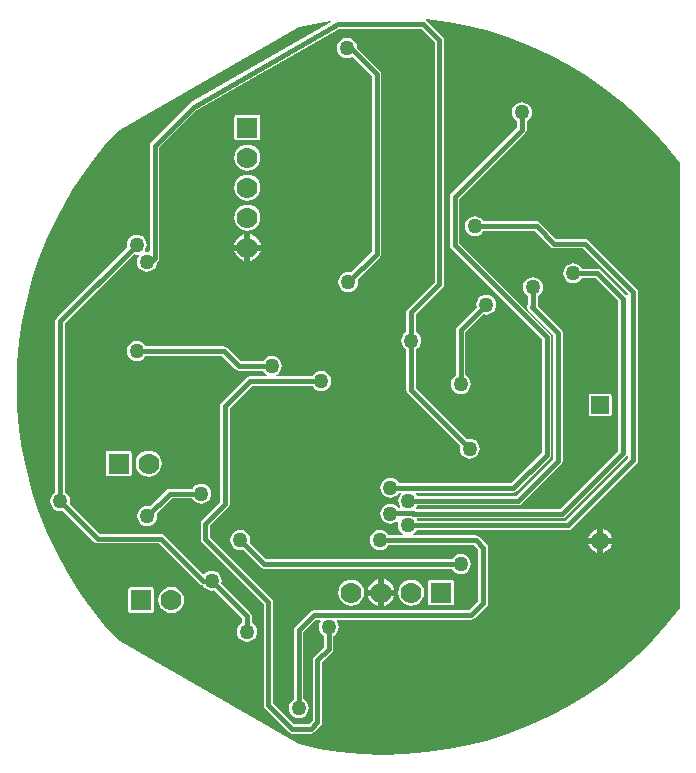
<source format=gbl>
G04 Layer_Physical_Order=2*
G04 Layer_Color=16711680*
%FSLAX25Y25*%
%MOIN*%
G70*
G01*
G75*
%ADD33C,0.01500*%
%ADD36C,0.07000*%
%ADD37R,0.07000X0.07000*%
%ADD38R,0.07000X0.07000*%
%ADD39C,0.06000*%
%ADD40R,0.06000X0.06000*%
%ADD41C,0.05000*%
G36*
X138545Y247275D02*
X145653Y246277D01*
X152691Y244866D01*
X159635Y243047D01*
X166461Y240826D01*
X173145Y238211D01*
X179666Y235210D01*
X186001Y231835D01*
X192128Y228095D01*
X198026Y224005D01*
X203676Y219577D01*
X209058Y214828D01*
X214154Y209772D01*
X218946Y204428D01*
X223024Y199309D01*
Y50691D01*
X218946Y45572D01*
X214154Y40228D01*
X209058Y35172D01*
X203676Y30423D01*
X198026Y25995D01*
X192128Y21905D01*
X186001Y18165D01*
X179666Y14789D01*
X173145Y11789D01*
X166461Y9174D01*
X159635Y6953D01*
X152691Y5134D01*
X145653Y3723D01*
X138545Y2725D01*
X131391Y2143D01*
X124215Y1979D01*
X117041Y2234D01*
X109895Y2908D01*
X102800Y3996D01*
X96029Y5444D01*
X35947Y40132D01*
X31279Y45307D01*
X26763Y50945D01*
X26142Y51820D01*
X26038Y51967D01*
X25908Y52216D01*
X25899Y52239D01*
X25896Y52240D01*
X25583Y52610D01*
X22586Y56838D01*
X18762Y62966D01*
X15304Y69308D01*
X12225Y75842D01*
X9534Y82545D01*
X7242Y89395D01*
X5355Y96368D01*
X3881Y103439D01*
X2824Y110584D01*
X2189Y117780D01*
X1977Y125000D01*
X2189Y132220D01*
X2824Y139416D01*
X3881Y146561D01*
X5355Y153632D01*
X7242Y160605D01*
X9534Y167455D01*
X12225Y174158D01*
X15304Y180692D01*
X20494Y190210D01*
X26763Y199055D01*
X31279Y204693D01*
X35947Y209868D01*
X96029Y244556D01*
X102800Y246004D01*
X106776Y246614D01*
X106941Y246142D01*
X60214Y219371D01*
X60057Y219234D01*
X59882Y219117D01*
X46883Y206118D01*
X46540Y205605D01*
X46420Y205000D01*
Y169957D01*
X45920Y169560D01*
X45400Y169629D01*
X44922Y169565D01*
X44651Y170034D01*
X44883Y170336D01*
X45215Y171139D01*
X45329Y172000D01*
X45215Y172862D01*
X44883Y173664D01*
X44354Y174354D01*
X43664Y174882D01*
X42862Y175215D01*
X42000Y175329D01*
X41138Y175215D01*
X40336Y174882D01*
X39646Y174354D01*
X39118Y173664D01*
X38785Y172862D01*
X38671Y172000D01*
X38785Y171139D01*
X38820Y171055D01*
X15382Y147617D01*
X15040Y147105D01*
X14920Y146500D01*
Y89417D01*
X14836Y89383D01*
X14146Y88854D01*
X13617Y88164D01*
X13285Y87362D01*
X13171Y86500D01*
X13285Y85638D01*
X13617Y84836D01*
X14146Y84146D01*
X14836Y83617D01*
X15639Y83285D01*
X16500Y83171D01*
X17361Y83285D01*
X17445Y83320D01*
X27933Y72832D01*
X28446Y72490D01*
X29050Y72369D01*
X49497D01*
X62983Y58882D01*
X63496Y58540D01*
X64081Y58424D01*
X64117Y58336D01*
X64646Y57646D01*
X65336Y57117D01*
X66138Y56785D01*
X67000Y56672D01*
X67861Y56785D01*
X67945Y56820D01*
X77220Y47545D01*
Y45917D01*
X77136Y45882D01*
X76446Y45354D01*
X75917Y44664D01*
X75585Y43861D01*
X75472Y43000D01*
X75585Y42138D01*
X75917Y41336D01*
X76446Y40646D01*
X77136Y40117D01*
X77938Y39785D01*
X78800Y39671D01*
X79662Y39785D01*
X80464Y40117D01*
X81154Y40646D01*
X81683Y41336D01*
X82015Y42138D01*
X82129Y43000D01*
X82015Y43861D01*
X81683Y44664D01*
X81154Y45354D01*
X80464Y45882D01*
X80380Y45917D01*
Y48200D01*
X80260Y48805D01*
X79918Y49317D01*
X70180Y59055D01*
X70215Y59139D01*
X70328Y60000D01*
X70215Y60861D01*
X69883Y61664D01*
X69354Y62354D01*
X68664Y62883D01*
X67861Y63215D01*
X67000Y63328D01*
X66138Y63215D01*
X65336Y62883D01*
X64646Y62354D01*
X64589Y62279D01*
X64090Y62246D01*
X51269Y75067D01*
X50756Y75410D01*
X50151Y75530D01*
X29705D01*
X19680Y85555D01*
X19715Y85638D01*
X19828Y86500D01*
X19715Y87362D01*
X19383Y88164D01*
X18854Y88854D01*
X18164Y89383D01*
X18080Y89417D01*
Y145845D01*
X41055Y168820D01*
X41138Y168785D01*
X42000Y168672D01*
X42478Y168735D01*
X42749Y168266D01*
X42518Y167964D01*
X42185Y167162D01*
X42072Y166300D01*
X42185Y165438D01*
X42518Y164636D01*
X43046Y163946D01*
X43736Y163417D01*
X44539Y163085D01*
X45400Y162971D01*
X46262Y163085D01*
X47064Y163417D01*
X47754Y163946D01*
X48283Y164636D01*
X48615Y165438D01*
X48682Y165947D01*
X49117Y166383D01*
X49460Y166895D01*
X49580Y167500D01*
Y204345D01*
X61968Y216734D01*
X109421Y243920D01*
X136845D01*
X141320Y239445D01*
Y159555D01*
X132383Y150618D01*
X132040Y150105D01*
X131920Y149500D01*
Y142917D01*
X131836Y142883D01*
X131146Y142354D01*
X130617Y141664D01*
X130285Y140861D01*
X130172Y140000D01*
X130285Y139138D01*
X130617Y138336D01*
X131146Y137646D01*
X131836Y137118D01*
X131920Y137083D01*
Y123500D01*
X132040Y122895D01*
X132383Y122382D01*
X149820Y104945D01*
X149785Y104861D01*
X149671Y104000D01*
X149785Y103138D01*
X150118Y102336D01*
X150646Y101646D01*
X151336Y101117D01*
X152138Y100785D01*
X153000Y100672D01*
X153861Y100785D01*
X154664Y101117D01*
X155354Y101646D01*
X155883Y102336D01*
X156215Y103138D01*
X156328Y104000D01*
X156215Y104861D01*
X155883Y105664D01*
X155354Y106354D01*
X154664Y106883D01*
X153861Y107215D01*
X153000Y107328D01*
X152138Y107215D01*
X152055Y107180D01*
X135080Y124155D01*
Y137083D01*
X135164Y137118D01*
X135854Y137646D01*
X136382Y138336D01*
X136715Y139138D01*
X136828Y140000D01*
X136715Y140861D01*
X136382Y141664D01*
X135854Y142354D01*
X135164Y142883D01*
X135080Y142917D01*
Y148845D01*
X144018Y157782D01*
X144360Y158295D01*
X144480Y158900D01*
Y240100D01*
X144360Y240705D01*
X144018Y241217D01*
X138618Y246618D01*
X138361Y246789D01*
X138531Y247276D01*
X138545Y247275D01*
D02*
G37*
%LPC*%
G36*
X195500Y72224D02*
X192597D01*
X192603Y72180D01*
X193006Y71207D01*
X193647Y70372D01*
X194483Y69730D01*
X195456Y69327D01*
X195500Y69322D01*
Y72224D01*
D02*
G37*
G36*
X124500Y60407D02*
Y57000D01*
X127907D01*
X127884Y57175D01*
X127431Y58269D01*
X126709Y59210D01*
X125769Y59931D01*
X124675Y60384D01*
X124500Y60407D01*
D02*
G37*
G36*
X76500Y76828D02*
X75639Y76715D01*
X74836Y76383D01*
X74146Y75854D01*
X73617Y75164D01*
X73285Y74361D01*
X73172Y73500D01*
X73285Y72638D01*
X73617Y71836D01*
X74146Y71146D01*
X74836Y70617D01*
X75639Y70285D01*
X76500Y70171D01*
X77362Y70285D01*
X77445Y70320D01*
X83382Y64382D01*
X83895Y64040D01*
X84500Y63920D01*
X147083D01*
X147117Y63836D01*
X147646Y63146D01*
X148336Y62617D01*
X149138Y62285D01*
X150000Y62172D01*
X150862Y62285D01*
X151664Y62617D01*
X152354Y63146D01*
X152883Y63836D01*
X153215Y64639D01*
X153329Y65500D01*
X153215Y66361D01*
X152883Y67164D01*
X152354Y67854D01*
X151664Y68383D01*
X150862Y68715D01*
X150000Y68828D01*
X149138Y68715D01*
X148336Y68383D01*
X147646Y67854D01*
X147117Y67164D01*
X147083Y67080D01*
X85155D01*
X79680Y72555D01*
X79715Y72638D01*
X79829Y73500D01*
X79715Y74361D01*
X79383Y75164D01*
X78854Y75854D01*
X78164Y76383D01*
X77362Y76715D01*
X76500Y76828D01*
D02*
G37*
G36*
X197500Y77127D02*
Y74224D01*
X200403D01*
X200397Y74269D01*
X199994Y75242D01*
X199353Y76077D01*
X198517Y76718D01*
X197544Y77122D01*
X197500Y77127D01*
D02*
G37*
G36*
X195500D02*
X195456Y77122D01*
X194483Y76718D01*
X193647Y76077D01*
X193006Y75242D01*
X192603Y74269D01*
X192597Y74224D01*
X195500D01*
Y77127D01*
D02*
G37*
G36*
X200403Y72224D02*
X197500D01*
Y69322D01*
X197544Y69327D01*
X198517Y69730D01*
X199353Y70372D01*
X199994Y71207D01*
X200397Y72180D01*
X200403Y72224D01*
D02*
G37*
G36*
X122500Y60407D02*
X122325Y60384D01*
X121231Y59931D01*
X120291Y59210D01*
X119569Y58269D01*
X119116Y57175D01*
X119093Y57000D01*
X122500D01*
Y60407D01*
D02*
G37*
G36*
Y55000D02*
X119093D01*
X119116Y54825D01*
X119569Y53731D01*
X120291Y52791D01*
X121231Y52069D01*
X122325Y51616D01*
X122500Y51593D01*
Y55000D01*
D02*
G37*
G36*
X47000Y57816D02*
X40000D01*
X39688Y57754D01*
X39423Y57577D01*
X39246Y57312D01*
X39184Y57000D01*
Y50000D01*
X39246Y49688D01*
X39423Y49423D01*
X39688Y49246D01*
X40000Y49184D01*
X47000D01*
X47312Y49246D01*
X47577Y49423D01*
X47754Y49688D01*
X47816Y50000D01*
Y57000D01*
X47754Y57312D01*
X47577Y57577D01*
X47312Y57754D01*
X47000Y57816D01*
D02*
G37*
G36*
X53500Y57837D02*
X52377Y57689D01*
X51331Y57256D01*
X50433Y56567D01*
X49744Y55669D01*
X49311Y54623D01*
X49163Y53500D01*
X49311Y52377D01*
X49744Y51331D01*
X50433Y50433D01*
X51331Y49744D01*
X52377Y49311D01*
X53500Y49163D01*
X54623Y49311D01*
X55669Y49744D01*
X56567Y50433D01*
X57256Y51331D01*
X57689Y52377D01*
X57837Y53500D01*
X57689Y54623D01*
X57256Y55669D01*
X56567Y56567D01*
X55669Y57256D01*
X54623Y57689D01*
X53500Y57837D01*
D02*
G37*
G36*
X127907Y55000D02*
X124500D01*
Y51593D01*
X124675Y51616D01*
X125769Y52069D01*
X126709Y52791D01*
X127431Y53731D01*
X127884Y54825D01*
X127907Y55000D01*
D02*
G37*
G36*
X147000Y60316D02*
X140000D01*
X139688Y60254D01*
X139423Y60077D01*
X139246Y59812D01*
X139184Y59500D01*
Y52500D01*
X139246Y52188D01*
X139423Y51923D01*
X139688Y51746D01*
X140000Y51684D01*
X147000D01*
X147312Y51746D01*
X147577Y51923D01*
X147754Y52188D01*
X147816Y52500D01*
Y59500D01*
X147754Y59812D01*
X147577Y60077D01*
X147312Y60254D01*
X147000Y60316D01*
D02*
G37*
G36*
X133500Y60337D02*
X132378Y60189D01*
X131332Y59756D01*
X130433Y59067D01*
X129744Y58169D01*
X129311Y57123D01*
X129163Y56000D01*
X129311Y54878D01*
X129744Y53831D01*
X130433Y52933D01*
X131332Y52244D01*
X132378Y51811D01*
X133500Y51663D01*
X134623Y51811D01*
X135669Y52244D01*
X136567Y52933D01*
X137256Y53831D01*
X137689Y54878D01*
X137837Y56000D01*
X137689Y57123D01*
X137256Y58169D01*
X136567Y59067D01*
X135669Y59756D01*
X134623Y60189D01*
X133500Y60337D01*
D02*
G37*
G36*
X113500Y60337D02*
X112378Y60189D01*
X111331Y59756D01*
X110433Y59067D01*
X109744Y58169D01*
X109311Y57122D01*
X109163Y56000D01*
X109311Y54878D01*
X109744Y53831D01*
X110433Y52933D01*
X111331Y52244D01*
X112378Y51811D01*
X113500Y51663D01*
X114622Y51811D01*
X115669Y52244D01*
X116567Y52933D01*
X117256Y53831D01*
X117689Y54878D01*
X117837Y56000D01*
X117689Y57122D01*
X117256Y58169D01*
X116567Y59067D01*
X115669Y59756D01*
X114622Y60189D01*
X113500Y60337D01*
D02*
G37*
G36*
X63500Y92329D02*
X62638Y92215D01*
X61836Y91883D01*
X61146Y91354D01*
X60617Y90664D01*
X60583Y90580D01*
X53000D01*
X52395Y90460D01*
X51882Y90118D01*
X46445Y84680D01*
X46362Y84715D01*
X45500Y84829D01*
X44638Y84715D01*
X43836Y84383D01*
X43146Y83854D01*
X42617Y83164D01*
X42285Y82362D01*
X42171Y81500D01*
X42285Y80638D01*
X42617Y79836D01*
X43146Y79146D01*
X43836Y78617D01*
X44638Y78285D01*
X45500Y78171D01*
X46362Y78285D01*
X47164Y78617D01*
X47854Y79146D01*
X48382Y79836D01*
X48715Y80638D01*
X48829Y81500D01*
X48715Y82362D01*
X48680Y82445D01*
X53655Y87420D01*
X60583D01*
X60617Y87336D01*
X61146Y86646D01*
X61836Y86117D01*
X62638Y85785D01*
X63500Y85672D01*
X64362Y85785D01*
X65164Y86117D01*
X65854Y86646D01*
X66383Y87336D01*
X66715Y88139D01*
X66829Y89000D01*
X66715Y89862D01*
X66383Y90664D01*
X65854Y91354D01*
X65164Y91883D01*
X64362Y92215D01*
X63500Y92329D01*
D02*
G37*
G36*
X79900Y175407D02*
Y172000D01*
X83307D01*
X83284Y172175D01*
X82831Y173269D01*
X82109Y174209D01*
X81169Y174931D01*
X80075Y175384D01*
X79900Y175407D01*
D02*
G37*
G36*
X77900D02*
X77725Y175384D01*
X76631Y174931D01*
X75691Y174209D01*
X74969Y173269D01*
X74516Y172175D01*
X74493Y172000D01*
X77900D01*
Y175407D01*
D02*
G37*
G36*
X83307Y170000D02*
X79900D01*
Y166593D01*
X80075Y166616D01*
X81169Y167069D01*
X82109Y167790D01*
X82831Y168731D01*
X83284Y169825D01*
X83307Y170000D01*
D02*
G37*
G36*
X78900Y185337D02*
X77777Y185189D01*
X76731Y184756D01*
X75833Y184067D01*
X75144Y183168D01*
X74711Y182123D01*
X74563Y181000D01*
X74711Y179877D01*
X75144Y178831D01*
X75833Y177933D01*
X76731Y177244D01*
X77777Y176811D01*
X78900Y176663D01*
X80023Y176811D01*
X81069Y177244D01*
X81967Y177933D01*
X82656Y178831D01*
X83089Y179877D01*
X83237Y181000D01*
X83089Y182123D01*
X82656Y183168D01*
X81967Y184067D01*
X81069Y184756D01*
X80023Y185189D01*
X78900Y185337D01*
D02*
G37*
G36*
X82400Y215316D02*
X75400D01*
X75088Y215254D01*
X74823Y215077D01*
X74646Y214812D01*
X74584Y214500D01*
Y207500D01*
X74646Y207188D01*
X74823Y206923D01*
X75088Y206746D01*
X75400Y206684D01*
X82400D01*
X82712Y206746D01*
X82977Y206923D01*
X83153Y207188D01*
X83216Y207500D01*
Y214500D01*
X83153Y214812D01*
X82977Y215077D01*
X82712Y215254D01*
X82400Y215316D01*
D02*
G37*
G36*
X78900Y205337D02*
X77777Y205189D01*
X76731Y204756D01*
X75833Y204067D01*
X75144Y203169D01*
X74711Y202122D01*
X74563Y201000D01*
X74711Y199878D01*
X75144Y198831D01*
X75833Y197933D01*
X76731Y197244D01*
X77777Y196811D01*
X78900Y196663D01*
X80023Y196811D01*
X81068Y197244D01*
X81967Y197933D01*
X82656Y198831D01*
X83089Y199878D01*
X83237Y201000D01*
X83089Y202122D01*
X82656Y203169D01*
X81967Y204067D01*
X81068Y204756D01*
X80023Y205189D01*
X78900Y205337D01*
D02*
G37*
G36*
X78900Y195337D02*
X77777Y195189D01*
X76731Y194756D01*
X75833Y194067D01*
X75144Y193169D01*
X74711Y192122D01*
X74563Y191000D01*
X74711Y189877D01*
X75144Y188831D01*
X75833Y187933D01*
X76731Y187244D01*
X77777Y186811D01*
X78900Y186663D01*
X80023Y186811D01*
X81069Y187244D01*
X81967Y187933D01*
X82656Y188831D01*
X83089Y189877D01*
X83237Y191000D01*
X83089Y192122D01*
X82656Y193169D01*
X81967Y194067D01*
X81069Y194756D01*
X80023Y195189D01*
X78900Y195337D01*
D02*
G37*
G36*
X77900Y170000D02*
X74493D01*
X74516Y169825D01*
X74969Y168731D01*
X75691Y167790D01*
X76631Y167069D01*
X77725Y166616D01*
X77900Y166593D01*
Y170000D01*
D02*
G37*
G36*
X199500Y122316D02*
X193500D01*
X193188Y122254D01*
X192923Y122077D01*
X192746Y121812D01*
X192684Y121500D01*
Y115500D01*
X192746Y115188D01*
X192923Y114923D01*
X193188Y114746D01*
X193500Y114684D01*
X199500D01*
X199812Y114746D01*
X200077Y114923D01*
X200254Y115188D01*
X200316Y115500D01*
Y121500D01*
X200254Y121812D01*
X200077Y122077D01*
X199812Y122254D01*
X199500Y122316D01*
D02*
G37*
G36*
X39500Y103316D02*
X32500D01*
X32188Y103254D01*
X31923Y103077D01*
X31746Y102812D01*
X31684Y102500D01*
Y95500D01*
X31746Y95188D01*
X31923Y94923D01*
X32188Y94746D01*
X32500Y94684D01*
X39500D01*
X39812Y94746D01*
X40077Y94923D01*
X40254Y95188D01*
X40316Y95500D01*
Y102500D01*
X40254Y102812D01*
X40077Y103077D01*
X39812Y103254D01*
X39500Y103316D01*
D02*
G37*
G36*
X46000Y103337D02*
X44877Y103189D01*
X43832Y102756D01*
X42933Y102067D01*
X42244Y101169D01*
X41811Y100122D01*
X41663Y99000D01*
X41811Y97878D01*
X42244Y96831D01*
X42933Y95933D01*
X43832Y95244D01*
X44877Y94811D01*
X46000Y94663D01*
X47122Y94811D01*
X48169Y95244D01*
X49067Y95933D01*
X49756Y96831D01*
X50189Y97878D01*
X50337Y99000D01*
X50189Y100122D01*
X49756Y101169D01*
X49067Y102067D01*
X48169Y102756D01*
X47122Y103189D01*
X46000Y103337D01*
D02*
G37*
G36*
X112100Y240828D02*
X111239Y240715D01*
X110436Y240383D01*
X109746Y239854D01*
X109218Y239164D01*
X108885Y238362D01*
X108772Y237500D01*
X108885Y236638D01*
X109218Y235836D01*
X109746Y235146D01*
X110436Y234617D01*
X111239Y234285D01*
X112100Y234172D01*
X112961Y234285D01*
X113764Y234617D01*
X113868Y234697D01*
X120420Y228145D01*
Y169655D01*
X113445Y162680D01*
X113362Y162715D01*
X112500Y162829D01*
X111638Y162715D01*
X110836Y162382D01*
X110146Y161854D01*
X109617Y161164D01*
X109285Y160362D01*
X109171Y159500D01*
X109285Y158639D01*
X109617Y157836D01*
X110146Y157146D01*
X110836Y156617D01*
X111638Y156285D01*
X112500Y156172D01*
X113362Y156285D01*
X114164Y156617D01*
X114854Y157146D01*
X115383Y157836D01*
X115715Y158639D01*
X115829Y159500D01*
X115715Y160362D01*
X115680Y160445D01*
X123117Y167883D01*
X123460Y168395D01*
X123580Y169000D01*
Y228800D01*
X123460Y229405D01*
X123117Y229918D01*
X115412Y237623D01*
X115315Y238362D01*
X114982Y239164D01*
X114454Y239854D01*
X113764Y240383D01*
X112961Y240715D01*
X112100Y240828D01*
D02*
G37*
G36*
X158500Y155329D02*
X157639Y155215D01*
X156836Y154883D01*
X156146Y154354D01*
X155617Y153664D01*
X155285Y152861D01*
X155172Y152000D01*
X155285Y151138D01*
X155320Y151055D01*
X148882Y144617D01*
X148540Y144105D01*
X148420Y143500D01*
Y128417D01*
X148336Y128383D01*
X147646Y127854D01*
X147117Y127164D01*
X146785Y126362D01*
X146671Y125500D01*
X146785Y124638D01*
X147117Y123836D01*
X147646Y123146D01*
X148336Y122617D01*
X149138Y122285D01*
X150000Y122171D01*
X150862Y122285D01*
X151664Y122617D01*
X152354Y123146D01*
X152883Y123836D01*
X153215Y124638D01*
X153329Y125500D01*
X153215Y126362D01*
X152883Y127164D01*
X152354Y127854D01*
X151664Y128383D01*
X151580Y128417D01*
Y142845D01*
X157555Y148820D01*
X157639Y148785D01*
X158500Y148671D01*
X159362Y148785D01*
X160164Y149118D01*
X160854Y149646D01*
X161382Y150336D01*
X161715Y151138D01*
X161828Y152000D01*
X161715Y152861D01*
X161382Y153664D01*
X160854Y154354D01*
X160164Y154883D01*
X159362Y155215D01*
X158500Y155329D01*
D02*
G37*
G36*
X170400Y219428D02*
X169538Y219315D01*
X168736Y218983D01*
X168046Y218454D01*
X167517Y217764D01*
X167185Y216962D01*
X167071Y216100D01*
X167185Y215238D01*
X167517Y214436D01*
X168046Y213746D01*
X168736Y213217D01*
X168820Y213183D01*
Y210955D01*
X146882Y189017D01*
X146540Y188505D01*
X146420Y187900D01*
Y171800D01*
X146540Y171195D01*
X146882Y170683D01*
X177120Y140445D01*
Y102655D01*
X166945Y92480D01*
X129517D01*
X129482Y92564D01*
X128954Y93254D01*
X128264Y93783D01*
X127462Y94115D01*
X126600Y94229D01*
X125739Y94115D01*
X124936Y93783D01*
X124246Y93254D01*
X123717Y92564D01*
X123385Y91761D01*
X123272Y90900D01*
X123385Y90039D01*
X123717Y89236D01*
X124246Y88546D01*
X124936Y88017D01*
X125739Y87685D01*
X126600Y87572D01*
X127462Y87685D01*
X128264Y88017D01*
X128954Y88546D01*
X129482Y89236D01*
X129492Y89259D01*
X129979Y89259D01*
X130144Y88820D01*
X129718Y88264D01*
X129385Y87462D01*
X129271Y86600D01*
X129385Y85738D01*
X129718Y84936D01*
X129924Y84667D01*
X129697Y84188D01*
X129328Y84166D01*
X128954Y84654D01*
X128264Y85183D01*
X127462Y85515D01*
X126600Y85628D01*
X125739Y85515D01*
X124936Y85183D01*
X124246Y84654D01*
X123717Y83964D01*
X123385Y83161D01*
X123272Y82300D01*
X123385Y81438D01*
X123717Y80636D01*
X124246Y79946D01*
X124936Y79417D01*
X125739Y79085D01*
X126600Y78971D01*
X127462Y79085D01*
X128264Y79417D01*
X128554Y79640D01*
X129236Y79548D01*
X129280Y79491D01*
X129185Y79261D01*
X129071Y78400D01*
X129185Y77539D01*
X129517Y76736D01*
X130046Y76046D01*
X130654Y75580D01*
X130608Y75258D01*
X130520Y75080D01*
X125917D01*
X125882Y75164D01*
X125354Y75854D01*
X124664Y76383D01*
X123862Y76715D01*
X123000Y76828D01*
X122139Y76715D01*
X121336Y76383D01*
X120646Y75854D01*
X120117Y75164D01*
X119785Y74361D01*
X119671Y73500D01*
X119785Y72638D01*
X120117Y71836D01*
X120646Y71146D01*
X121336Y70617D01*
X122139Y70285D01*
X123000Y70171D01*
X123862Y70285D01*
X124664Y70617D01*
X125354Y71146D01*
X125882Y71836D01*
X125917Y71920D01*
X154345D01*
X155920Y70345D01*
Y53155D01*
X152845Y50080D01*
X107929D01*
X107678Y50130D01*
X101050D01*
X100445Y50010D01*
X99932Y49668D01*
X94883Y44618D01*
X94540Y44105D01*
X94420Y43500D01*
Y20417D01*
X94336Y20383D01*
X93646Y19854D01*
X93117Y19164D01*
X92785Y18361D01*
X92672Y17500D01*
X92785Y16638D01*
X93117Y15836D01*
X93646Y15146D01*
X94336Y14617D01*
X95139Y14285D01*
X96000Y14172D01*
X96861Y14285D01*
X97664Y14617D01*
X98354Y15146D01*
X98883Y15836D01*
X99215Y16638D01*
X99329Y17500D01*
X99215Y18361D01*
X98883Y19164D01*
X98354Y19854D01*
X97664Y20383D01*
X97580Y20417D01*
Y42845D01*
X101705Y46970D01*
X103105D01*
X103352Y46470D01*
X103118Y46164D01*
X102785Y45362D01*
X102672Y44500D01*
X102785Y43639D01*
X103118Y42836D01*
X103646Y42146D01*
X104336Y41618D01*
X104420Y41583D01*
Y37855D01*
X101083Y34517D01*
X100740Y34005D01*
X100620Y33400D01*
Y13355D01*
X99345Y12080D01*
X94555D01*
X87480Y19155D01*
Y52700D01*
X87360Y53305D01*
X87018Y53817D01*
X66480Y74355D01*
Y78345D01*
X72518Y84382D01*
X72860Y84895D01*
X72980Y85500D01*
Y117545D01*
X80355Y124920D01*
X100583D01*
X100617Y124836D01*
X101146Y124146D01*
X101836Y123617D01*
X102638Y123285D01*
X103500Y123171D01*
X104361Y123285D01*
X105164Y123617D01*
X105854Y124146D01*
X106383Y124836D01*
X106715Y125638D01*
X106828Y126500D01*
X106715Y127362D01*
X106383Y128164D01*
X105854Y128854D01*
X105164Y129383D01*
X104361Y129715D01*
X103500Y129829D01*
X102638Y129715D01*
X101836Y129383D01*
X101146Y128854D01*
X100617Y128164D01*
X100583Y128080D01*
X88674D01*
X88575Y128580D01*
X88664Y128618D01*
X89354Y129146D01*
X89883Y129836D01*
X90215Y130639D01*
X90329Y131500D01*
X90215Y132361D01*
X89883Y133164D01*
X89354Y133854D01*
X88664Y134382D01*
X87862Y134715D01*
X87000Y134828D01*
X86138Y134715D01*
X85336Y134382D01*
X84646Y133854D01*
X84117Y133164D01*
X84083Y133080D01*
X76655D01*
X72118Y137618D01*
X71605Y137960D01*
X71000Y138080D01*
X44917D01*
X44883Y138164D01*
X44354Y138854D01*
X43664Y139383D01*
X42862Y139715D01*
X42000Y139829D01*
X41138Y139715D01*
X40336Y139383D01*
X39646Y138854D01*
X39118Y138164D01*
X38785Y137362D01*
X38671Y136500D01*
X38785Y135638D01*
X39118Y134836D01*
X39646Y134146D01*
X40336Y133617D01*
X41138Y133285D01*
X42000Y133171D01*
X42862Y133285D01*
X43664Y133617D01*
X44354Y134146D01*
X44883Y134836D01*
X44917Y134920D01*
X70345D01*
X74883Y130383D01*
X75395Y130040D01*
X76000Y129920D01*
X84083D01*
X84117Y129836D01*
X84646Y129146D01*
X85336Y128618D01*
X85425Y128580D01*
X85326Y128080D01*
X79700D01*
X79095Y127960D01*
X78583Y127618D01*
X70283Y119317D01*
X69940Y118805D01*
X69820Y118200D01*
Y86155D01*
X63783Y80117D01*
X63440Y79605D01*
X63320Y79000D01*
Y73700D01*
X63440Y73095D01*
X63783Y72583D01*
X84320Y52045D01*
Y18500D01*
X84440Y17895D01*
X84782Y17382D01*
X92782Y9382D01*
X93295Y9040D01*
X93900Y8920D01*
X100000D01*
X100605Y9040D01*
X101118Y9382D01*
X103317Y11582D01*
X103660Y12095D01*
X103780Y12700D01*
Y32745D01*
X107117Y36083D01*
X107460Y36595D01*
X107580Y37200D01*
Y41583D01*
X107664Y41618D01*
X108354Y42146D01*
X108882Y42836D01*
X109215Y43639D01*
X109328Y44500D01*
X109215Y45362D01*
X108882Y46164D01*
X108687Y46420D01*
X108933Y46920D01*
X153500D01*
X154105Y47040D01*
X154618Y47383D01*
X158617Y51382D01*
X158960Y51895D01*
X159080Y52500D01*
Y71000D01*
X158960Y71605D01*
X158617Y72118D01*
X156117Y74617D01*
X155605Y74960D01*
X155000Y75080D01*
X134280D01*
X134192Y75258D01*
X134146Y75580D01*
X134754Y76046D01*
X135283Y76736D01*
X135317Y76820D01*
X185800D01*
X186405Y76940D01*
X186917Y77283D01*
X208617Y98983D01*
X208960Y99495D01*
X209080Y100100D01*
Y156100D01*
X208960Y156705D01*
X208617Y157218D01*
X192418Y173417D01*
X191905Y173760D01*
X191300Y173880D01*
X181855D01*
X176517Y179218D01*
X176005Y179560D01*
X175400Y179680D01*
X157617D01*
X157582Y179764D01*
X157054Y180454D01*
X156364Y180982D01*
X155561Y181315D01*
X154700Y181429D01*
X153839Y181315D01*
X153036Y180982D01*
X152346Y180454D01*
X151818Y179764D01*
X151485Y178962D01*
X151372Y178100D01*
X151485Y177239D01*
X151818Y176436D01*
X152346Y175746D01*
X153036Y175217D01*
X153839Y174885D01*
X154700Y174771D01*
X155561Y174885D01*
X156364Y175217D01*
X157054Y175746D01*
X157582Y176436D01*
X157617Y176520D01*
X174745D01*
X180082Y171183D01*
X180595Y170840D01*
X181200Y170720D01*
X190645D01*
X205851Y155514D01*
X205835Y154981D01*
X205819Y154968D01*
X205153Y155065D01*
X205118Y155117D01*
X196718Y163517D01*
X196205Y163860D01*
X195600Y163980D01*
X190417D01*
X190383Y164064D01*
X189854Y164754D01*
X189164Y165282D01*
X188362Y165615D01*
X187500Y165728D01*
X186638Y165615D01*
X185836Y165282D01*
X185146Y164754D01*
X184617Y164064D01*
X184285Y163261D01*
X184171Y162400D01*
X184285Y161539D01*
X184617Y160736D01*
X185146Y160046D01*
X185836Y159518D01*
X186638Y159185D01*
X187500Y159072D01*
X188362Y159185D01*
X189164Y159518D01*
X189854Y160046D01*
X190383Y160736D01*
X190417Y160820D01*
X194945D01*
X202420Y153345D01*
Y103255D01*
X183045Y83880D01*
X135276D01*
X135220Y83944D01*
X135056Y84380D01*
X135483Y84936D01*
X135517Y85020D01*
X169200D01*
X169805Y85140D01*
X170317Y85483D01*
X183518Y98682D01*
X183860Y99195D01*
X183980Y99800D01*
Y142600D01*
X183860Y143205D01*
X183518Y143718D01*
X175656Y151579D01*
X175680Y151700D01*
Y154783D01*
X175764Y154817D01*
X176454Y155346D01*
X176982Y156036D01*
X177315Y156839D01*
X177428Y157700D01*
X177315Y158562D01*
X176982Y159364D01*
X176454Y160054D01*
X175764Y160582D01*
X174961Y160915D01*
X174100Y161029D01*
X173239Y160915D01*
X172436Y160582D01*
X171746Y160054D01*
X171218Y159364D01*
X170885Y158562D01*
X170772Y157700D01*
X170885Y156839D01*
X171218Y156036D01*
X171746Y155346D01*
X172436Y154817D01*
X172520Y154783D01*
Y152323D01*
X172240Y151905D01*
X172120Y151300D01*
X172240Y150695D01*
X172582Y150182D01*
X180820Y141945D01*
Y100455D01*
X168545Y88180D01*
X135517D01*
X135483Y88264D01*
X135056Y88820D01*
X135243Y89320D01*
X167600D01*
X168205Y89440D01*
X168718Y89783D01*
X179817Y100882D01*
X180160Y101395D01*
X180280Y102000D01*
Y141100D01*
X180160Y141705D01*
X179817Y142218D01*
X149580Y172455D01*
Y187245D01*
X171518Y209183D01*
X171860Y209695D01*
X171980Y210300D01*
Y213183D01*
X172064Y213217D01*
X172754Y213746D01*
X173283Y214436D01*
X173615Y215238D01*
X173729Y216100D01*
X173615Y216962D01*
X173283Y217764D01*
X172754Y218454D01*
X172064Y218983D01*
X171262Y219315D01*
X170400Y219428D01*
D02*
G37*
%LPD*%
G36*
X205920Y101549D02*
Y100755D01*
X185145Y79980D01*
X135493D01*
X135338Y80222D01*
X135600Y80720D01*
X183700D01*
X184305Y80840D01*
X184818Y81182D01*
X205118Y101482D01*
X205153Y101535D01*
X205819Y101632D01*
X205920Y101549D01*
D02*
G37*
D33*
X16500Y86500D02*
X29050Y73950D01*
X50151D01*
X187500Y162400D02*
X195600D01*
X204000Y154000D01*
X148000Y187900D02*
X170400Y210300D01*
X148000Y171800D02*
Y187900D01*
X178700Y102000D02*
Y141100D01*
X204000Y102600D02*
Y154000D01*
X183700Y82300D02*
X204000Y102600D01*
X134228Y82300D02*
X183700D01*
X134078Y82450D02*
X134228Y82300D01*
X126750Y82450D02*
X134078D01*
X126600Y82300D02*
X126750Y82450D01*
X154700Y178100D02*
X175400D01*
X181200Y172300D01*
X191300D01*
X207500Y156100D01*
Y100100D02*
Y156100D01*
X185800Y78400D02*
X207500Y100100D01*
X132400Y78400D02*
X185800D01*
X79700Y126500D02*
X103500D01*
X71400Y118200D02*
X79700Y126500D01*
X71400Y85500D02*
Y118200D01*
X64900Y79000D02*
X71400Y85500D01*
X64900Y73700D02*
Y79000D01*
Y73700D02*
X85900Y52700D01*
Y18500D02*
Y52700D01*
Y18500D02*
X93900Y10500D01*
X100000D01*
X102200Y12700D01*
Y33400D01*
X106000Y37200D01*
Y44500D01*
X133500Y123500D02*
X153000Y104000D01*
X133500Y123500D02*
Y140000D01*
X67000Y60000D02*
X78800Y48200D01*
Y43000D02*
Y48200D01*
X16500Y86500D02*
Y146500D01*
X42000Y172000D01*
X46800Y166300D02*
X48000Y167500D01*
X45400Y166300D02*
X46800D01*
X48000Y167500D02*
Y205000D01*
X61000Y218000D01*
X109000Y245500D01*
X71000Y136500D02*
X76000Y131500D01*
X87000D01*
X64101Y60000D02*
X67000D01*
X50151Y73950D02*
X64101Y60000D01*
X45500Y81500D02*
X53000Y89000D01*
X63500D01*
X150000Y125500D02*
Y143500D01*
X133500Y140000D02*
Y149500D01*
X142900Y158900D01*
Y240100D01*
X137500Y245500D02*
X142900Y240100D01*
X109000Y245500D02*
X137500D01*
X42000Y136500D02*
X71000D01*
X41000D02*
X42000D01*
X84500Y65500D02*
X150000D01*
X76500Y73500D02*
X84500Y65500D01*
X96000Y17500D02*
Y43500D01*
X101050Y48550D01*
X107678D01*
X107728Y48500D01*
X153500D01*
X157500Y52500D01*
Y71000D01*
X155000Y73500D02*
X157500Y71000D01*
X123000Y73500D02*
X155000D01*
X132600Y86600D02*
X169200D01*
X182400Y99800D01*
Y142600D01*
X170400Y210300D02*
Y216100D01*
X167600Y90900D02*
X178700Y102000D01*
X126600Y90900D02*
X167600D01*
X148000Y171800D02*
X178700Y141100D01*
X150000Y143500D02*
X158500Y152000D01*
X173700Y151300D02*
X182400Y142600D01*
X173700Y151300D02*
X174100Y151700D01*
Y157700D01*
X112500Y159500D02*
X122000Y169000D01*
Y228800D01*
X112100Y237500D02*
X113300D01*
X122000Y228800D01*
D36*
X113500Y56000D02*
D03*
X133500Y56000D02*
D03*
X123500Y56000D02*
D03*
X46000Y99000D02*
D03*
X53500Y53500D02*
D03*
X78900Y171000D02*
D03*
X78900Y181000D02*
D03*
X78900Y201000D02*
D03*
X78900Y191000D02*
D03*
D37*
X143500Y56000D02*
D03*
X36000Y99000D02*
D03*
X43500Y53500D02*
D03*
D38*
X78900Y211000D02*
D03*
D39*
X196500Y73224D02*
D03*
D40*
Y118500D02*
D03*
D41*
X18100Y72000D02*
D03*
X154700Y178100D02*
D03*
X187500Y162400D02*
D03*
X132600Y86600D02*
D03*
X132400Y78400D02*
D03*
X126600Y82300D02*
D03*
X56600Y95000D02*
D03*
X78800Y43000D02*
D03*
X45400Y166300D02*
D03*
X42000Y172000D02*
D03*
X51500Y150000D02*
D03*
X96000Y146000D02*
D03*
X51500Y161000D02*
D03*
X167000Y60500D02*
D03*
X110700Y36500D02*
D03*
X147500Y99500D02*
D03*
X79500Y136500D02*
D03*
X38000Y205000D02*
D03*
X45000Y115000D02*
D03*
X36000Y119000D02*
D03*
X48000Y64500D02*
D03*
X87000Y131500D02*
D03*
X116000Y111000D02*
D03*
X67000Y60000D02*
D03*
X63500Y89000D02*
D03*
X45500Y81500D02*
D03*
X16500Y86500D02*
D03*
X153000Y104000D02*
D03*
X150000Y125500D02*
D03*
X133500Y140000D02*
D03*
X184000Y150500D02*
D03*
X140500Y130000D02*
D03*
X106000Y44500D02*
D03*
X112500Y159500D02*
D03*
X42000Y136500D02*
D03*
X150000Y65500D02*
D03*
X76500Y73500D02*
D03*
X103500Y126500D02*
D03*
X96000Y17500D02*
D03*
X123000Y73500D02*
D03*
X201000Y195500D02*
D03*
X170400Y216100D02*
D03*
X126600Y90900D02*
D03*
X158500Y152000D02*
D03*
X174100Y157700D02*
D03*
X112100Y237500D02*
D03*
M02*

</source>
